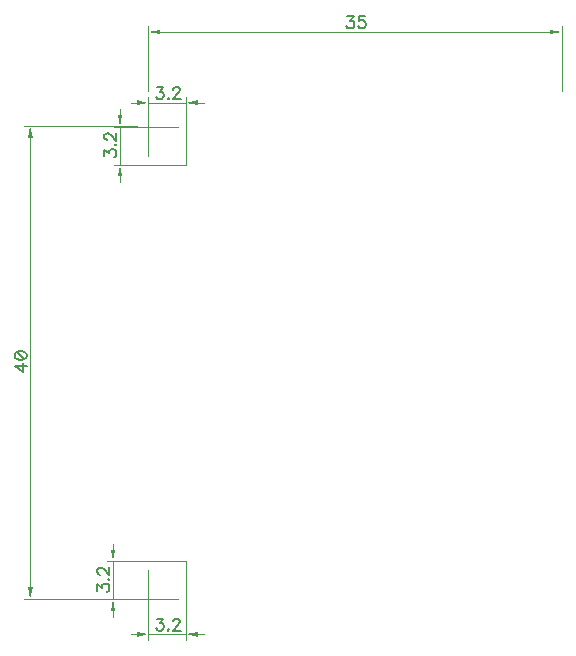
<source format=gbr>
G04 DipTrace 3.1.0.1*
G04 SerialNixieDriver.TopDimension.gbr*
%MOIN*%
G04 #@! TF.FileFunction,Drawing,Top*
G04 #@! TF.Part,Single*
%ADD13C,0.001378*%
%ADD53C,0.006176*%
%FSLAX26Y26*%
G04*
G70*
G90*
G75*
G01*
G04 TopDimension*
%LPD*%
X520000Y1842835D2*
D13*
Y2068819D1*
X394016Y1870394D2*
Y2068819D1*
Y2049134D2*
X520000D1*
X334961D2*
X354646D1*
G36*
X394016D2*
X354646Y2041260D1*
Y2057008D1*
X394016Y2049134D1*
G37*
X579055D2*
D13*
X559370D1*
G36*
X520000D2*
X559370Y2057008D1*
Y2041260D1*
X520000Y2049134D1*
G37*
X492441Y1968819D2*
D13*
X279843D1*
X520000Y1842835D2*
X279843D1*
X299528Y1968819D2*
Y1842835D1*
Y2027874D2*
Y2008189D1*
G36*
Y1968819D2*
X291654Y2008189D1*
X307402D1*
X299528Y1968819D1*
G37*
Y1783780D2*
D13*
Y1803465D1*
G36*
Y1842835D2*
X307402Y1803465D1*
X291654D1*
X299528Y1842835D1*
G37*
X520000Y520000D2*
D13*
Y257795D1*
X394016Y492441D2*
Y257795D1*
Y277480D2*
X520000D1*
X334961D2*
X354646D1*
G36*
X394016D2*
X354646Y269606D1*
Y285354D1*
X394016Y277480D1*
G37*
X579055D2*
D13*
X559370D1*
G36*
X520000D2*
X559370Y285354D1*
Y269606D1*
X520000Y277480D1*
G37*
Y520000D2*
D13*
X256220D1*
X492441Y394016D2*
X256220D1*
X275906Y520000D2*
Y394016D1*
Y579055D2*
Y559370D1*
G36*
Y520000D2*
X268031Y559370D1*
X283780D1*
X275906Y520000D1*
G37*
Y334961D2*
D13*
Y354646D1*
G36*
Y394016D2*
X283780Y354646D1*
X268031D1*
X275906Y394016D1*
G37*
X394016Y2088504D2*
D13*
Y2305039D1*
X1771969Y2088504D2*
Y2305039D1*
X1082992Y2285354D2*
X433386D1*
G36*
X394016D2*
X433386Y2293228D1*
Y2277480D1*
X394016Y2285354D1*
G37*
X1082992D2*
D13*
X1732598D1*
G36*
X1771969D2*
X1732598Y2277480D1*
Y2293228D1*
X1771969Y2285354D1*
G37*
X354646Y1970394D2*
D13*
X-19370D1*
X315276Y395591D2*
X-19370D1*
X315Y1182992D2*
Y1931024D1*
G36*
Y1970394D2*
X8189Y1931024D1*
X-7559D1*
X315Y1970394D1*
G37*
Y1182992D2*
D13*
Y434961D1*
G36*
Y395591D2*
X-7559Y434961D1*
X8189D1*
X315Y395591D1*
G37*
X422873Y2101492D2*
D53*
X443875D1*
X432424Y2086194D1*
X438172D1*
X441974Y2084293D1*
X443875Y2082391D1*
X445821Y2076643D1*
Y2072841D1*
X443875Y2067093D1*
X440073Y2063246D1*
X434325Y2061345D1*
X428577D1*
X422873Y2063246D1*
X420972Y2065191D1*
X419026Y2068994D1*
X460074Y2065191D2*
X458172Y2063246D1*
X460074Y2061345D1*
X462019Y2063246D1*
X460074Y2065191D1*
X476316Y2091942D2*
Y2093843D1*
X478217Y2097690D1*
X480119Y2099591D1*
X483965Y2101492D1*
X491615D1*
X495417Y2099591D1*
X497318Y2097690D1*
X499264Y2093843D1*
Y2090041D1*
X497318Y2086194D1*
X493516Y2080490D1*
X474371Y2061345D1*
X501165D1*
X247169Y1871692D2*
Y1892694D1*
X262468Y1881243D1*
Y1886991D1*
X264369Y1890793D1*
X266270Y1892694D1*
X272018Y1894640D1*
X275821D1*
X281569Y1892694D1*
X285416Y1888892D1*
X287317Y1883144D1*
Y1877396D1*
X285416Y1871692D1*
X283470Y1869791D1*
X279667Y1867845D1*
X283470Y1908893D2*
X285416Y1906991D1*
X287317Y1908893D1*
X285416Y1910838D1*
X283470Y1908893D1*
X256720Y1925135D2*
X254818D1*
X250972Y1927036D1*
X249070Y1928937D1*
X247169Y1932784D1*
Y1940433D1*
X249070Y1944236D1*
X250972Y1946137D1*
X254818Y1948083D1*
X258621D1*
X262468Y1946137D1*
X268171Y1942335D1*
X287317Y1923189D1*
Y1949984D1*
X422873Y329839D2*
X443875D1*
X432424Y314540D1*
X438172D1*
X441974Y312639D1*
X443875Y310738D1*
X445821Y304990D1*
Y301187D1*
X443875Y295439D1*
X440073Y291592D1*
X434325Y289691D1*
X428577D1*
X422873Y291592D1*
X420972Y293538D1*
X419026Y297340D1*
X460074Y293538D2*
X458172Y291592D1*
X460074Y289691D1*
X462019Y291592D1*
X460074Y293538D1*
X476316Y320288D2*
Y322190D1*
X478217Y326036D1*
X480119Y327938D1*
X483965Y329839D1*
X491615D1*
X495417Y327938D1*
X497318Y326036D1*
X499264Y322190D1*
Y318387D1*
X497318Y314540D1*
X493516Y308836D1*
X474371Y289691D1*
X501165D1*
X223547Y422873D2*
Y443875D1*
X238846Y432424D1*
Y438172D1*
X240747Y441974D1*
X242648Y443875D1*
X248396Y445821D1*
X252199D1*
X257947Y443875D1*
X261793Y440073D1*
X263695Y434325D1*
Y428577D1*
X261793Y422873D1*
X259848Y420972D1*
X256045Y419026D1*
X259848Y460074D2*
X261793Y458172D1*
X263695Y460074D1*
X261793Y462019D1*
X259848Y460074D1*
X233098Y476316D2*
X231196D1*
X227350Y478217D1*
X225448Y480119D1*
X223547Y483965D1*
Y491615D1*
X225448Y495417D1*
X227350Y497318D1*
X231196Y499264D1*
X234999D1*
X238846Y497318D1*
X244549Y493516D1*
X263695Y474371D1*
Y501165D1*
X1056956Y2337713D2*
X1077959D1*
X1066507Y2322414D1*
X1072255D1*
X1076058Y2320513D1*
X1077959Y2318612D1*
X1079904Y2312864D1*
Y2309061D1*
X1077959Y2303313D1*
X1074156Y2299466D1*
X1068408Y2297565D1*
X1062660D1*
X1056956Y2299466D1*
X1055055Y2301412D1*
X1053110Y2305214D1*
X1115204Y2337713D2*
X1096102D1*
X1094201Y2320513D1*
X1096102Y2322414D1*
X1101850Y2324360D1*
X1107554D1*
X1113302Y2322414D1*
X1117149Y2318612D1*
X1119050Y2312864D1*
Y2309061D1*
X1117149Y2303313D1*
X1113302Y2299466D1*
X1107554Y2297565D1*
X1101850D1*
X1096102Y2299466D1*
X1094201Y2301412D1*
X1092256Y2305214D1*
X-11896Y1171304D2*
X-52044D1*
X-25293Y1152159D1*
Y1180855D1*
X-52044Y1204702D2*
X-50142Y1198954D1*
X-44394Y1195108D1*
X-34844Y1193206D1*
X-29096D1*
X-19545Y1195108D1*
X-13797Y1198954D1*
X-11896Y1204702D1*
Y1208505D1*
X-13797Y1214253D1*
X-19545Y1218055D1*
X-29096Y1220001D1*
X-34844D1*
X-44394Y1218055D1*
X-50142Y1214253D1*
X-52044Y1208505D1*
Y1204702D1*
X-44394Y1218055D2*
X-19545Y1195108D1*
M02*

</source>
